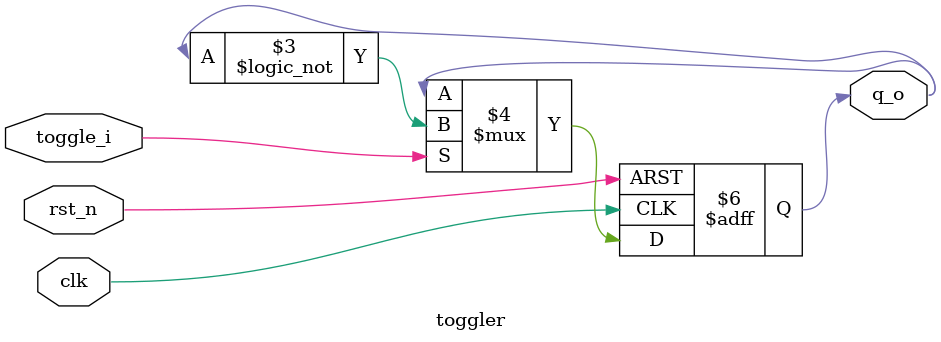
<source format=sv>
module toggler
(
    input  logic clk,
    input  logic rst_n,

    input  logic toggle_i,
    output logic q_o
);

    always_ff @(posedge clk or negedge rst_n) begin
        if (!rst_n)
            q_o <= 1'b0;
        else if (toggle_i)
            q_o <= !q_o;
    end

endmodule

</source>
